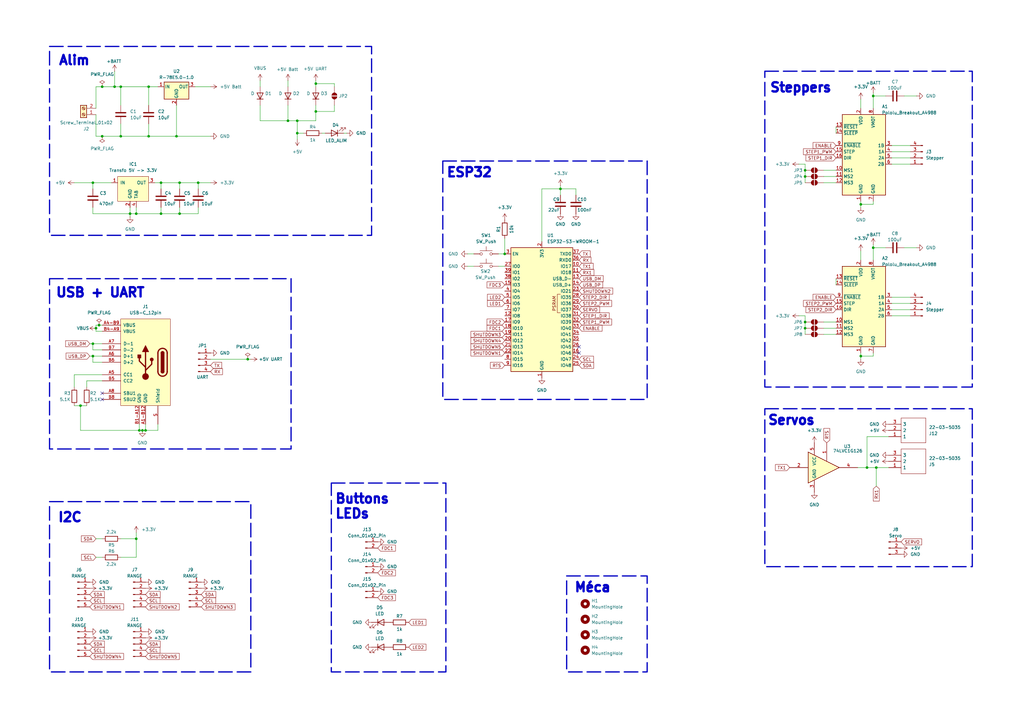
<source format=kicad_sch>
(kicad_sch (version 20250114) (generator "eeschema") (generator_version "9.0")
  (paper "A3")
  (title_block (title "PAMI 2026") (date "2025-12-12") (company "ENAC Robotique"))
  (rectangle (start 20.32 205.74) (end 102.87 275.59) (stroke (width 0.508) (type dash)))
  (rectangle (start 313.69 29.21) (end 398.78 158.75) (stroke (width 0.508) (type dash)))
  (rectangle (start 232.41 236.22) (end 265.43 275.59) (stroke (width 0.508) (type dash)))
  (rectangle (start 181.61 66.04) (end 265.43 163.83) (stroke (width 0.508) (type dash)))
  (rectangle (start 135.89 198.12) (end 182.88 275.59) (stroke (width 0.508) (type dash)))
  (rectangle (start 20.32 114.3) (end 119.38 184.15) (stroke (width 0.508) (type dash)))
  (rectangle (start 20.32 19.05) (end 152.4 96.52) (stroke (width 0.508) (type dash)))
  (rectangle (start 313.69 167.64) (end 398.78 232.41) (stroke (width 0.508) (type dash)))
  (text "USB + UART" (at 41.148 120.142 0) (effects (font (size 3.81 3.81) (thickness 1.016) (bold yes))))
  (text "I2C" (at 28.702 212.344 0) (effects (font (size 3.81 3.81) (thickness 1.016) (bold yes))))
  (text "Buttons\nLEDs" (at 137.16 207.772 0) (effects (font (size 3.81 3.81) (thickness 1.016) (bold yes)) (justify left)))
  (text "Steppers" (at 328.422 36.068 0) (effects (font (size 3.81 3.81) (thickness 1.016) (bold yes))))
  (text "ESP32" (at 192.532 70.866 0) (effects (font (size 3.81 3.81) (thickness 1.016) (bold yes))))
  (text "Méca" (at 243.078 241.046 0) (effects (font (size 3.81 3.81) (thickness 1.016) (bold yes))))
  (text "Alim" (at 30.48 24.892 0) (effects (font (size 3.81 3.81) (thickness 1.016) (bold yes))))
  (text "Servos" (at 324.612 172.466 0) (effects (font (size 3.81 3.81) (thickness 1.016) (bold yes))))
  (junction (at 129.54 45.72))
  (junction (at 39.37 134.62))
  (junction (at 60.96 55.88))
  (junction (at 59.69 176.53))
  (junction (at 358.14 39.37))
  (junction (at 358.14 101.6))
  (junction (at 41.91 55.88))
  (junction (at 330.2 134.62))
  (junction (at 101.6 147.32))
  (junction (at 53.34 87.63))
  (junction (at 55.88 87.63))
  (junction (at 38.1 146.05))
  (junction (at 66.04 74.93))
  (junction (at 40.64 133.35))
  (junction (at 118.11 49.53))
  (junction (at 73.66 87.63))
  (junction (at 359.41 191.77))
  (junction (at 58.42 176.53))
  (junction (at 73.66 74.93))
  (junction (at 355.6 191.77))
  (junction (at 57.15 176.53))
  (junction (at 121.92 49.53))
  (junction (at 330.2 72.39))
  (junction (at 81.28 74.93))
  (junction (at 121.92 54.61))
  (junction (at 330.2 132.08))
  (junction (at 41.91 35.56))
  (junction (at 49.53 55.88))
  (junction (at 207.01 104.14))
  (junction (at 60.96 35.56))
  (junction (at 229.87 77.47))
  (junction (at 38.1 140.97))
  (junction (at 33.02 166.37))
  (junction (at 72.39 55.88))
  (junction (at 55.88 220.98))
  (junction (at 38.1 74.93))
  (junction (at 129.54 34.29))
  (junction (at 66.04 87.63))
  (junction (at 353.06 83.82))
  (junction (at 330.2 69.85))
  (junction (at 353.06 146.05))
  (junction (at 46.99 35.56))
  (junction (at 49.53 35.56))
  (no_connect (at 41.91 163.83))
  (no_connect (at 237.49 144.78))
  (no_connect (at 237.49 142.24))
  (no_connect (at 41.91 161.29))
  (wire (pts (xy 41.91 35.56) (xy 46.99 35.56)))
  (wire (pts (xy 60.96 43.18) (xy 60.96 35.56)))
  (wire (pts (xy 36.83 146.05) (xy 38.1 146.05)))
  (wire (pts (xy 353.06 146.05) (xy 353.06 147.32)))
  (wire (pts (xy 55.88 220.98) (xy 49.53 220.98)))
  (wire (pts (xy 337.82 134.62) (xy 342.9 134.62)))
  (wire (pts (xy 327.66 67.31) (xy 330.2 67.31)))
  (wire (pts (xy 38.1 140.97) (xy 41.91 140.97)))
  (wire (pts (xy 39.37 133.35) (xy 39.37 134.62)))
  (wire (pts (xy 57.15 173.99) (xy 57.15 176.53)))
  (wire (pts (xy 57.15 176.53) (xy 58.42 176.53)))
  (wire (pts (xy 353.06 102.87) (xy 353.06 106.68)))
  (wire (pts (xy 41.91 148.59) (xy 38.1 148.59)))
  (wire (pts (xy 53.34 85.09) (xy 53.34 87.63)))
  (wire (pts (xy 81.28 77.47) (xy 81.28 74.93)))
  (wire (pts (xy 342.9 114.3) (xy 342.9 116.84)))
  (wire (pts (xy 118.11 35.56) (xy 118.11 33.02)))
  (wire (pts (xy 337.82 72.39) (xy 342.9 72.39)))
  (wire (pts (xy 191.77 109.22) (xy 194.31 109.22)))
  (wire (pts (xy 358.14 39.37) (xy 363.22 39.37)))
  (wire (pts (xy 41.91 153.67) (xy 30.48 153.67)))
  (wire (pts (xy 358.14 144.78) (xy 358.14 146.05)))
  (wire (pts (xy 365.76 127) (xy 373.38 127)))
  (wire (pts (xy 39.37 135.89) (xy 41.91 135.89)))
  (wire (pts (xy 60.96 50.8) (xy 60.96 55.88)))
  (wire (pts (xy 66.04 74.93) (xy 66.04 77.47)))
  (wire (pts (xy 55.88 228.6) (xy 49.53 228.6)))
  (wire (pts (xy 207.01 97.79) (xy 207.01 104.14)))
  (wire (pts (xy 55.88 220.98) (xy 55.88 228.6)))
  (wire (pts (xy 49.53 50.8) (xy 49.53 55.88)))
  (wire (pts (xy 30.48 153.67) (xy 30.48 158.75)))
  (wire (pts (xy 57.15 176.53) (xy 33.02 176.53)))
  (wire (pts (xy 370.84 39.37) (xy 375.92 39.37)))
  (wire (pts (xy 49.53 43.18) (xy 49.53 35.56)))
  (wire (pts (xy 129.54 43.18) (xy 129.54 45.72)))
  (wire (pts (xy 41.91 55.88) (xy 39.37 55.88)))
  (wire (pts (xy 191.77 104.14) (xy 194.31 104.14)))
  (wire (pts (xy 118.11 43.18) (xy 118.11 49.53)))
  (wire (pts (xy 337.82 69.85) (xy 342.9 69.85)))
  (wire (pts (xy 137.16 45.72) (xy 129.54 45.72)))
  (wire (pts (xy 39.37 228.6) (xy 41.91 228.6)))
  (wire (pts (xy 81.28 74.93) (xy 86.36 74.93)))
  (wire (pts (xy 330.2 134.62) (xy 330.2 137.16)))
  (wire (pts (xy 106.68 49.53) (xy 118.11 49.53)))
  (wire (pts (xy 58.42 176.53) (xy 59.69 176.53)))
  (wire (pts (xy 66.04 85.09) (xy 66.04 87.63)))
  (wire (pts (xy 38.1 143.51) (xy 38.1 140.97)))
  (wire (pts (xy 73.66 87.63) (xy 81.28 87.63)))
  (wire (pts (xy 358.14 83.82) (xy 353.06 83.82)))
  (wire (pts (xy 358.14 44.45) (xy 358.14 39.37)))
  (wire (pts (xy 355.6 179.07) (xy 355.6 191.77)))
  (wire (pts (xy 38.1 87.63) (xy 53.34 87.63)))
  (wire (pts (xy 204.47 109.22) (xy 207.01 109.22)))
  (wire (pts (xy 36.83 140.97) (xy 38.1 140.97)))
  (wire (pts (xy 353.06 40.64) (xy 353.06 44.45)))
  (wire (pts (xy 60.96 35.56) (xy 64.77 35.56)))
  (wire (pts (xy 39.37 220.98) (xy 41.91 220.98)))
  (wire (pts (xy 365.76 64.77) (xy 373.38 64.77)))
  (wire (pts (xy 38.1 85.09) (xy 38.1 87.63)))
  (wire (pts (xy 59.69 173.99) (xy 59.69 176.53)))
  (wire (pts (xy 41.91 133.35) (xy 40.64 133.35)))
  (wire (pts (xy 33.02 166.37) (xy 35.56 166.37)))
  (wire (pts (xy 129.54 45.72) (xy 129.54 49.53)))
  (wire (pts (xy 365.76 121.92) (xy 373.38 121.92)))
  (wire (pts (xy 72.39 55.88) (xy 86.36 55.88)))
  (wire (pts (xy 370.84 101.6) (xy 375.92 101.6)))
  (wire (pts (xy 63.5 74.93) (xy 66.04 74.93)))
  (wire (pts (xy 33.02 166.37) (xy 30.48 166.37)))
  (wire (pts (xy 33.02 176.53) (xy 33.02 166.37)))
  (wire (pts (xy 38.1 148.59) (xy 38.1 146.05)))
  (wire (pts (xy 39.37 134.62) (xy 39.37 135.89)))
  (wire (pts (xy 55.88 87.63) (xy 53.34 87.63)))
  (wire (pts (xy 129.54 34.29) (xy 129.54 33.02)))
  (wire (pts (xy 39.37 44.45) (xy 39.37 35.56)))
  (wire (pts (xy 365.76 129.54) (xy 373.38 129.54)))
  (wire (pts (xy 236.22 77.47) (xy 236.22 80.01)))
  (wire (pts (xy 55.88 218.44) (xy 55.88 220.98)))
  (wire (pts (xy 30.48 74.93) (xy 38.1 74.93)))
  (wire (pts (xy 106.68 43.18) (xy 106.68 49.53)))
  (wire (pts (xy 35.56 156.21) (xy 35.56 158.75)))
  (wire (pts (xy 358.14 38.1) (xy 358.14 39.37)))
  (wire (pts (xy 351.79 191.77) (xy 355.6 191.77)))
  (wire (pts (xy 49.53 55.88) (xy 60.96 55.88)))
  (wire (pts (xy 142.24 54.61) (xy 140.97 54.61)))
  (wire (pts (xy 121.92 54.61) (xy 124.46 54.61)))
  (wire (pts (xy 364.49 179.07) (xy 355.6 179.07)))
  (wire (pts (xy 41.91 143.51) (xy 38.1 143.51)))
  (wire (pts (xy 365.76 59.69) (xy 373.38 59.69)))
  (wire (pts (xy 39.37 55.88) (xy 39.37 46.99)))
  (wire (pts (xy 39.37 35.56) (xy 41.91 35.56)))
  (wire (pts (xy 64.77 173.99) (xy 64.77 176.53)))
  (wire (pts (xy 60.96 55.88) (xy 72.39 55.88)))
  (wire (pts (xy 358.14 101.6) (xy 363.22 101.6)))
  (wire (pts (xy 40.64 133.35) (xy 39.37 133.35)))
  (wire (pts (xy 330.2 132.08) (xy 330.2 134.62)))
  (wire (pts (xy 337.82 137.16) (xy 342.9 137.16)))
  (wire (pts (xy 353.06 83.82) (xy 353.06 85.09)))
  (wire (pts (xy 49.53 35.56) (xy 60.96 35.56)))
  (wire (pts (xy 46.99 29.21) (xy 46.99 35.56)))
  (wire (pts (xy 80.01 35.56) (xy 86.36 35.56)))
  (wire (pts (xy 55.88 85.09) (xy 55.88 87.63)))
  (wire (pts (xy 73.66 85.09) (xy 73.66 87.63)))
  (wire (pts (xy 342.9 52.07) (xy 342.9 54.61)))
  (wire (pts (xy 229.87 80.01) (xy 229.87 77.47)))
  (wire (pts (xy 330.2 69.85) (xy 330.2 72.39)))
  (wire (pts (xy 330.2 129.54) (xy 330.2 132.08)))
  (wire (pts (xy 359.41 199.39) (xy 359.41 191.77)))
  (wire (pts (xy 41.91 156.21) (xy 35.56 156.21)))
  (wire (pts (xy 365.76 124.46) (xy 373.38 124.46)))
  (wire (pts (xy 137.16 43.18) (xy 137.16 45.72)))
  (wire (pts (xy 118.11 49.53) (xy 121.92 49.53)))
  (wire (pts (xy 137.16 35.56) (xy 137.16 34.29)))
  (wire (pts (xy 86.36 147.32) (xy 101.6 147.32)))
  (wire (pts (xy 38.1 74.93) (xy 45.72 74.93)))
  (wire (pts (xy 365.76 67.31) (xy 373.38 67.31)))
  (wire (pts (xy 129.54 35.56) (xy 129.54 34.29)))
  (wire (pts (xy 59.69 176.53) (xy 64.77 176.53)))
  (wire (pts (xy 229.87 77.47) (xy 236.22 77.47)))
  (wire (pts (xy 337.82 74.93) (xy 342.9 74.93)))
  (wire (pts (xy 49.53 55.88) (xy 41.91 55.88)))
  (wire (pts (xy 72.39 43.18) (xy 72.39 55.88)))
  (wire (pts (xy 73.66 77.47) (xy 73.66 74.93)))
  (wire (pts (xy 359.41 191.77) (xy 364.49 191.77)))
  (wire (pts (xy 53.34 87.63) (xy 53.34 88.9)))
  (wire (pts (xy 229.87 77.47) (xy 222.25 77.47)))
  (wire (pts (xy 353.06 82.55) (xy 353.06 83.82)))
  (wire (pts (xy 73.66 74.93) (xy 81.28 74.93)))
  (wire (pts (xy 229.87 76.2) (xy 229.87 77.47)))
  (wire (pts (xy 38.1 146.05) (xy 41.91 146.05)))
  (wire (pts (xy 204.47 104.14) (xy 207.01 104.14)))
  (wire (pts (xy 222.25 77.47) (xy 222.25 99.06)))
  (wire (pts (xy 330.2 72.39) (xy 330.2 74.93)))
  (wire (pts (xy 330.2 67.31) (xy 330.2 69.85)))
  (wire (pts (xy 46.99 35.56) (xy 49.53 35.56)))
  (wire (pts (xy 101.6 147.32) (xy 102.87 147.32)))
  (wire (pts (xy 129.54 49.53) (xy 121.92 49.53)))
  (wire (pts (xy 121.92 57.15) (xy 121.92 54.61)))
  (wire (pts (xy 358.14 106.68) (xy 358.14 101.6)))
  (wire (pts (xy 358.14 82.55) (xy 358.14 83.82)))
  (wire (pts (xy 66.04 87.63) (xy 55.88 87.63)))
  (wire (pts (xy 121.92 54.61) (xy 121.92 49.53)))
  (wire (pts (xy 137.16 34.29) (xy 129.54 34.29)))
  (wire (pts (xy 81.28 85.09) (xy 81.28 87.63)))
  (wire (pts (xy 358.14 100.33) (xy 358.14 101.6)))
  (wire (pts (xy 327.66 129.54) (xy 330.2 129.54)))
  (wire (pts (xy 337.82 132.08) (xy 342.9 132.08)))
  (wire (pts (xy 133.35 54.61) (xy 132.08 54.61)))
  (wire (pts (xy 106.68 35.56) (xy 106.68 33.02)))
  (wire (pts (xy 353.06 144.78) (xy 353.06 146.05)))
  (wire (pts (xy 355.6 191.77) (xy 359.41 191.77)))
  (wire (pts (xy 66.04 74.93) (xy 73.66 74.93)))
  (wire (pts (xy 38.1 77.47) (xy 38.1 74.93)))
  (wire (pts (xy 66.04 87.63) (xy 73.66 87.63)))
  (wire (pts (xy 365.76 62.23) (xy 373.38 62.23)))
  (wire (pts (xy 358.14 146.05) (xy 353.06 146.05)))
  (global_label "SCL" (shape input) (at 82.55 246.38 0) (property "Intersheetrefs" "${INTERSHEET_REFS}" (effects (hide yes))))
  (global_label "SHUTDOWN1" (shape input) (at 36.83 248.92 0) (property "Intersheetrefs" "${INTERSHEET_REFS}" (effects (hide yes))))
  (global_label "LED2" (shape input) (at 167.64 265.43 0) (property "Intersheetrefs" "${INTERSHEET_REFS}" (effects (hide yes))))
  (global_label "STEP1_PWM" (shape input) (at 342.9 62.23 180) (property "Intersheetrefs" "${INTERSHEET_REFS}" (effects (hide yes))))
  (global_label "USB_DM" (shape input) (at 237.49 114.3 0) (property "Intersheetrefs" "${INTERSHEET_REFS}" (effects (hide yes))))
  (global_label "FDC3" (shape input) (at 154.94 245.11 0) (property "Intersheetrefs" "${INTERSHEET_REFS}" (effects (hide yes))))
  (global_label "SCL" (shape input) (at 36.83 266.7 0) (property "Intersheetrefs" "${INTERSHEET_REFS}" (effects (hide yes))))
  (global_label "FDC3" (shape input) (at 207.01 116.84 180) (property "Intersheetrefs" "${INTERSHEET_REFS}" (effects (hide yes))))
  (global_label "SERVO" (shape input) (at 237.49 127 0) (property "Intersheetrefs" "${INTERSHEET_REFS}" (effects (hide yes))))
  (global_label "RX1" (shape input) (at 359.41 199.39 270) (property "Intersheetrefs" "${INTERSHEET_REFS}" (effects (hide yes))))
  (global_label "SCL" (shape input) (at 237.49 147.32 0) (property "Intersheetrefs" "${INTERSHEET_REFS}" (effects (hide yes))))
  (global_label "TX1" (shape input) (at 323.85 191.77 180) (property "Intersheetrefs" "${INTERSHEET_REFS}" (effects (hide yes))))
  (global_label "RX" (shape input) (at 86.36 152.4 0) (property "Intersheetrefs" "${INTERSHEET_REFS}" (effects (hide yes))))
  (global_label "SCL" (shape input) (at 59.69 246.38 0) (property "Intersheetrefs" "${INTERSHEET_REFS}" (effects (hide yes))))
  (global_label "SDA" (shape input) (at 36.83 264.16 0) (property "Intersheetrefs" "${INTERSHEET_REFS}" (effects (hide yes))))
  (global_label "SHUTDOWN4" (shape input) (at 207.01 139.7 180) (property "Intersheetrefs" "${INTERSHEET_REFS}" (effects (hide yes))))
  (global_label "ENABLE" (shape input) (at 342.9 121.92 180) (property "Intersheetrefs" "${INTERSHEET_REFS}" (effects (hide yes))))
  (global_label "ENABLE" (shape input) (at 342.9 59.69 180) (property "Intersheetrefs" "${INTERSHEET_REFS}" (effects (hide yes))))
  (global_label "SHUTDOWN4" (shape input) (at 36.83 269.24 0) (property "Intersheetrefs" "${INTERSHEET_REFS}" (effects (hide yes))))
  (global_label "SDA" (shape input) (at 36.83 243.84 0) (property "Intersheetrefs" "${INTERSHEET_REFS}" (effects (hide yes))))
  (global_label "RTS" (shape input) (at 207.01 149.86 180) (property "Intersheetrefs" "${INTERSHEET_REFS}" (effects (hide yes))))
  (global_label "STEP2_DIR" (shape input) (at 342.9 127 180) (property "Intersheetrefs" "${INTERSHEET_REFS}" (effects (hide yes))))
  (global_label "FDC1" (shape input) (at 207.01 134.62 180) (property "Intersheetrefs" "${INTERSHEET_REFS}" (effects (hide yes))))
  (global_label "SDA" (shape input) (at 59.69 243.84 0) (property "Intersheetrefs" "${INTERSHEET_REFS}" (effects (hide yes))))
  (global_label "SHUTDOWN2" (shape input) (at 237.49 119.38 0) (property "Intersheetrefs" "${INTERSHEET_REFS}" (effects (hide yes))))
  (global_label "STEP1_PWM" (shape input) (at 237.49 132.08 0) (property "Intersheetrefs" "${INTERSHEET_REFS}" (effects (hide yes))))
  (global_label "RX" (shape input) (at 237.49 106.68 0) (property "Intersheetrefs" "${INTERSHEET_REFS}" (effects (hide yes))))
  (global_label "TX1" (shape input) (at 237.49 109.22 0) (property "Intersheetrefs" "${INTERSHEET_REFS}" (effects (hide yes))))
  (global_label "SHUTDOWN2" (shape input) (at 59.69 248.92 0) (property "Intersheetrefs" "${INTERSHEET_REFS}" (effects (hide yes))))
  (global_label "ENABLE" (shape input) (at 237.49 134.62 0) (property "Intersheetrefs" "${INTERSHEET_REFS}" (effects (hide yes))))
  (global_label "FDC2" (shape input) (at 207.01 132.08 180) (property "Intersheetrefs" "${INTERSHEET_REFS}" (effects (hide yes))))
  (global_label "SHUTDOWN3" (shape input) (at 207.01 137.16 180) (property "Intersheetrefs" "${INTERSHEET_REFS}" (effects (hide yes))))
  (global_label "LED1" (shape input) (at 207.01 124.46 180) (property "Intersheetrefs" "${INTERSHEET_REFS}" (effects (hide yes))))
  (global_label "SCL" (shape input) (at 39.37 228.6 180) (property "Intersheetrefs" "${INTERSHEET_REFS}" (effects (hide yes))))
  (global_label "STEP1_DIR" (shape input) (at 342.9 64.77 180) (property "Intersheetrefs" "${INTERSHEET_REFS}" (effects (hide yes))))
  (global_label "STEP2_PWM" (shape input) (at 342.9 124.46 180) (property "Intersheetrefs" "${INTERSHEET_REFS}" (effects (hide yes))))
  (global_label "TX" (shape input) (at 237.49 104.14 0) (property "Intersheetrefs" "${INTERSHEET_REFS}" (effects (hide yes))))
  (global_label "SCL" (shape input) (at 59.69 266.7 0) (property "Intersheetrefs" "${INTERSHEET_REFS}" (effects (hide yes))))
  (global_label "SDA" (shape input) (at 59.69 264.16 0) (property "Intersheetrefs" "${INTERSHEET_REFS}" (effects (hide yes))))
  (global_label "SERVO" (shape input) (at 369.57 222.25 0) (property "Intersheetrefs" "${INTERSHEET_REFS}" (effects (hide yes))))
  (global_label "LED1" (shape input) (at 167.64 255.27 0) (property "Intersheetrefs" "${INTERSHEET_REFS}" (effects (hide yes))))
  (global_label "STEP2_PWM" (shape input) (at 237.49 124.46 0) (property "Intersheetrefs" "${INTERSHEET_REFS}" (effects (hide yes))))
  (global_label "RX1" (shape input) (at 237.49 111.76 0) (property "Intersheetrefs" "${INTERSHEET_REFS}" (effects (hide yes))))
  (global_label "SDA" (shape input) (at 237.49 149.86 0) (property "Intersheetrefs" "${INTERSHEET_REFS}" (effects (hide yes))))
  (global_label "SHUTDOWN1" (shape input) (at 207.01 144.78 180) (property "Intersheetrefs" "${INTERSHEET_REFS}" (effects (hide yes))))
  (global_label "USB_DP" (shape input) (at 237.49 116.84 0) (property "Intersheetrefs" "${INTERSHEET_REFS}" (effects (hide yes))))
  (global_label "SDA" (shape input) (at 82.55 243.84 0) (property "Intersheetrefs" "${INTERSHEET_REFS}" (effects (hide yes))))
  (global_label "TX" (shape input) (at 86.36 149.86 0) (property "Intersheetrefs" "${INTERSHEET_REFS}" (effects (hide yes))))
  (global_label "USB_DP" (shape input) (at 36.83 146.05 180) (property "Intersheetrefs" "${INTERSHEET_REFS}" (effects (hide yes))))
  (global_label "SDA" (shape input) (at 39.37 220.98 180) (property "Intersheetrefs" "${INTERSHEET_REFS}" (effects (hide yes))))
  (global_label "STEP2_DIR" (shape input) (at 237.49 121.92 0) (property "Intersheetrefs" "${INTERSHEET_REFS}" (effects (hide yes))))
  (global_label "SHUTDOWN5" (shape input) (at 207.01 142.24 180) (property "Intersheetrefs" "${INTERSHEET_REFS}" (effects (hide yes))))
  (global_label "SHUTDOWN5" (shape input) (at 59.69 269.24 0) (property "Intersheetrefs" "${INTERSHEET_REFS}" (effects (hide yes))))
  (global_label "STEP1_DIR" (shape input) (at 237.49 129.54 0) (property "Intersheetrefs" "${INTERSHEET_REFS}" (effects (hide yes))))
  (global_label "FDC2" (shape input) (at 154.94 234.95 0) (property "Intersheetrefs" "${INTERSHEET_REFS}" (effects (hide yes))))
  (global_label "FDC1" (shape input) (at 154.94 224.79 0) (property "Intersheetrefs" "${INTERSHEET_REFS}" (effects (hide yes))))
  (global_label "LED2" (shape input) (at 207.01 121.92 180) (property "Intersheetrefs" "${INTERSHEET_REFS}" (effects (hide yes))))
  (global_label "SHUTDOWN3" (shape input) (at 82.55 248.92 0) (property "Intersheetrefs" "${INTERSHEET_REFS}" (effects (hide yes))))
  (global_label "SCL" (shape input) (at 36.83 246.38 0) (property "Intersheetrefs" "${INTERSHEET_REFS}" (effects (hide yes))))
  (global_label "RTS" (shape input) (at 339.09 181.61 90) (property "Intersheetrefs" "${INTERSHEET_REFS}" (effects (hide yes))))
  (global_label "USB_DM" (shape input) (at 36.83 140.97 180) (property "Intersheetrefs" "${INTERSHEET_REFS}" (effects (hide yes))))
  (symbol (lib_id "power:GND") (at 229.87 87.63 0) (unit 1)
    (property "Reference" "#PWR027" (effects (hide yes)))
    (property "Value" "GND" (at 229.87 91.948 0))
    (property "Description" "Power symbol creates a global label with name \"GND\" , ground" (effects (hide yes)))
  )
  (symbol (lib_id "Device:C") (at 367.03 39.37 90) (unit 1)
    (property "Reference" "C7" (at 367.03 33.528 90))
    (property "Value" "100uF" (at 367.03 36.068 90))
    (property "Footprint" "Capacitor_SMD:CP_Elec_10x12.5" (effects (hide yes)))
    (property "Description" "Unpolarized capacitor" (effects (hide yes)))
  )
  (symbol (lib_id "power:+3.3V") (at 353.06 102.87 0) (unit 1)
    (property "Reference" "#PWR022" (effects (hide yes)))
    (property "Value" "+3.3V" (at 353.06 97.79 0))
    (property "Description" "Power symbol creates a global label with name \"+3.3V\"" (effects (hide yes)))
  )
  (symbol (lib_id "Connector:Conn_01x02_Pin") (at 149.86 222.25 0) (unit 1)
    (property "Reference" "J13" (at 150.495 217.17 0))
    (property "Value" "Conn_01x02_Pin" (at 150.495 219.71 0))
    (property "Footprint" "Connector_PinHeader_2.54mm:PinHeader_1x02_P2.54mm_Vertical" (effects (hide yes)))
    (property "Description" "Generic connector, single row, 01x02, script generated" (effects (hide yes)))
  )
  (symbol (lib_id "Connector:Conn_01x05_Pin") (at 31.75 243.84 0) (unit 1)
    (property "Reference" "J6" (at 32.385 233.68 0))
    (property "Value" "RANGE" (at 32.385 236.22 0))
    (property "Footprint" "Connector_Molex:Molex_PicoBlade_53398-0571_1x05-1MP_P1.25mm_Vertical" (effects (hide yes)))
  )
  (symbol (lib_id "power:GND") (at 369.57 227.33 90) (unit 1)
    (property "Reference" "#PWR042" (effects (hide yes)))
    (property "Value" "GND" (at 373.38 227.3299 90) (effects (justify right)))
    (property "Description" "Power symbol creates a global label with name \"GND\" , ground" (effects (hide yes)))
  )
  (symbol (lib_id "Device:R") (at 35.56 162.56 0) (unit 1)
    (property "Reference" "R2" (at 36.83 161.29 0) (effects (justify left)))
    (property "Value" "5.1K" (at 36.83 163.83 0) (effects (justify left)))
    (property "Footprint" "Resistor_SMD:R_0603_1608Metric" (effects (hide yes)))
    (property "Description" "Resistor" (effects (hide yes)))
  )
  (symbol (lib_id "power:+5V") (at 364.49 189.23 90) (unit 1)
    (property "Reference" "#PWR030" (effects (hide yes)))
    (property "Value" "+5V" (at 360.68 189.2299 90) (effects (justify left)))
    (property "Description" "Power symbol creates a global label with name \"+5V\"" (effects (hide yes)))
  )
  (symbol (lib_id "Device:C") (at 236.22 83.82 0) (unit 1)
    (property "Reference" "C10" (at 236.728 81.788 0) (effects (justify left)))
    (property "Value" "100nF" (at 236.728 86.106 0) (effects (justify left)))
    (property "Footprint" "Capacitor_SMD:C_0805_2012Metric" (effects (hide yes)))
    (property "Description" "Unpolarized capacitor" (effects (hide yes)))
  )
  (symbol (lib_id "power:+BATT") (at 358.14 100.33 0) (unit 1)
    (property "Reference" "#PWR024" (effects (hide yes)))
    (property "Value" "+BATT" (at 358.14 96.266 0))
    (property "Description" "Power symbol creates a global label with name \"+BATT\"" (effects (hide yes)))
  )
  (symbol (lib_id "Jumper:SolderJumper_2_Open") (at 334.01 134.62 0) (unit 1) (in_bom no)
    (property "Reference" "JP7" (at 329.184 134.62 0) (effects (justify right)))
    (property "Value" "SolderJumper_2_Open" (effects (hide yes)))
    (property "Footprint" "Jumper:SolderJumper-2_P1.3mm_Open_TrianglePad1.0x1.5mm" (effects (hide yes)))
    (property "Description" "Solder Jumper, 2-pole, open" (effects (hide yes)))
  )
  (symbol (lib_id "power:GND") (at 375.92 39.37 90) (unit 1)
    (property "Reference" "#PWR017" (effects (hide yes)))
    (property "Value" "GND" (at 379.73 39.3699 90) (effects (justify right)))
    (property "Description" "Power symbol creates a global label with name \"GND\" , ground" (effects (hide yes)))
  )
  (symbol (lib_id "power:+3.3V") (at 82.55 241.3 270) (unit 1)
    (property "Reference" "#PWR039" (effects (hide yes)))
    (property "Value" "+3.3V" (at 88.9 241.3 90))
  )
  (symbol (lib_id "power:+5V") (at 86.36 35.56 270) (unit 1)
    (property "Reference" "#PWR03" (effects (hide yes)))
    (property "Value" "+5V Batt" (at 90.17 35.5599 90) (effects (justify left)))
    (property "Description" "Power symbol creates a global label with name \"+5V\"" (effects (hide yes)))
  )
  (symbol (lib_id "power:+3.3V") (at 327.66 67.31 90) (unit 1)
    (property "Reference" "#PWR020" (effects (hide yes)))
    (property "Value" "+3.3V" (at 323.85 67.3099 90) (effects (justify left)))
    (property "Description" "Power symbol creates a global label with name \"+3.3V\"" (effects (hide yes)))
  )
  (symbol (lib_id "power:PWR_FLAG") (at 41.91 55.88 180) (unit 1)
    (property "Reference" "#FLG01" (effects (hide yes)))
    (property "Value" "PWR_FLAG" (at 41.91 60.96 0))
    (property "Description" "Special symbol for telling ERC where power comes from" (effects (hide yes)))
  )
  (symbol (lib_id "Jumper:SolderJumper_2_Open") (at 334.01 69.85 0) (unit 1) (in_bom no)
    (property "Reference" "JP3" (at 329.184 69.85 0) (effects (justify right)))
    (property "Value" "SolderJumper_2_Open" (effects (hide yes)))
    (property "Footprint" "Jumper:SolderJumper-2_P1.3mm_Open_TrianglePad1.0x1.5mm" (effects (hide yes)))
    (property "Description" "Solder Jumper, 2-pole, open" (effects (hide yes)))
  )
  (symbol (lib_id "power:GND") (at 154.94 232.41 90) (unit 1)
    (property "Reference" "#PWR055" (effects (hide yes)))
    (property "Value" "GND" (at 158.75 232.4099 90) (effects (justify right)))
    (property "Description" "Power symbol creates a global label with name \"GND\" , ground" (effects (hide yes)))
  )
  (symbol (lib_id "Driver_Motor:Pololu_Breakout_A4988") (at 353.06 62.23 0) (unit 1)
    (property "Reference" "A1" (at 361.696 43.688 0) (effects (justify left)))
    (property "Value" "Pololu_Breakout_A4988" (at 361.696 46.228 0) (effects (justify left)))
    (property "Footprint" "Module:Pololu_Breakout-16_15.2x20.3mm" (effects (hide yes)))
    (property "Datasheet" "https://www.pololu.com/product/2980/pictures" (effects (hide yes)))
    (property "Description" "Pololu Breakout Board, Stepper Driver A4988" (effects (hide yes)))
  )
  (symbol (lib_id "power:PWR_FLAG") (at 101.6 147.32 0) (unit 1)
    (property "Reference" "#FLG03" (effects (hide yes)))
    (property "Value" "PWR_FLAG" (at 101.6 142.24 0))
    (property "Description" "Special symbol for telling ERC where power comes from" (effects (hide yes)))
  )
  (symbol (lib_id "power:GND") (at 152.4 255.27 270) (unit 1)
    (property "Reference" "#PWR043" (effects (hide yes)))
    (property "Value" "GND" (at 148.59 255.2699 90) (effects (justify right)))
    (property "Description" "Power symbol creates a global label with name \"GND\" , ground" (effects (hide yes)))
  )
  (symbol (lib_id "Device:C") (at 367.03 101.6 90) (unit 1)
    (property "Reference" "C8" (at 367.03 95.758 90))
    (property "Value" "100uF" (at 367.03 98.298 90))
    (property "Footprint" "Capacitor_SMD:CP_Elec_10x12.5" (effects (hide yes)))
    (property "Description" "Unpolarized capacitor" (effects (hide yes)))
  )
  (symbol (lib_id "power:PWR_FLAG") (at 41.91 35.56 0) (unit 1)
    (property "Reference" "#FLG02" (effects (hide yes)))
    (property "Value" "PWR_FLAG" (at 41.91 30.48 0))
    (property "Description" "Special symbol for telling ERC where power comes from" (effects (hide yes)))
  )
  (symbol (lib_id "Mechanical:MountingHole") (at 240.03 254 0) (unit 1) (in_bom no)
    (property "Reference" "H2" (at 242.57 252.7299 0) (effects (justify left)))
    (property "Value" "MountingHole" (at 242.57 255.2699 0) (effects (justify left)))
    (property "Footprint" "MountingHole:MountingHole_3.2mm_M3" (effects (hide yes)))
    (property "Description" "Mounting Hole without connection" (effects (hide yes)))
  )
  (symbol (lib_id "power:GND") (at 36.83 259.08 90) (unit 1)
    (property "Reference" "#PWR047" (effects (hide yes)))
    (property "Value" "GND" (at 40.64 259.08 90) (effects (justify right)))
  )
  (symbol (lib_id "Mechanical:MountingHole") (at 240.03 266.7 0) (unit 1) (in_bom no)
    (property "Reference" "H4" (at 242.57 265.4299 0) (effects (justify left)))
    (property "Value" "MountingHole" (at 242.57 267.9699 0) (effects (justify left)))
    (property "Footprint" "MountingHole:MountingHole_3.2mm_M3" (effects (hide yes)))
    (property "Description" "Mounting Hole without connection" (effects (hide yes)))
  )
  (symbol (lib_id "Jumper:SolderJumper_2_Open") (at 334.01 132.08 0) (unit 1) (in_bom no)
    (property "Reference" "JP6" (at 329.184 132.08 0) (effects (justify right)))
    (property "Value" "SolderJumper_2_Open" (effects (hide yes)))
    (property "Footprint" "Jumper:SolderJumper-2_P1.3mm_Open_TrianglePad1.0x1.5mm" (effects (hide yes)))
    (property "Description" "Solder Jumper, 2-pole, open" (effects (hide yes)))
  )
  (symbol (lib_id "Device:D") (at 118.11 39.37 90) (unit 1)
    (property "Reference" "D2" (at 120.142 38.354 90) (effects (justify right)))
    (property "Value" "D" (at 114.3 38.354 90) (effects (justify right)))
    (property "Footprint" "Diode_SMD:Nexperia_CFP3_SOD-123W" (effects (hide yes)))
    (property "Description" "Diode" (effects (hide yes)))
    (property "Sim.Device" "D" (effects (hide yes)))
    (property "Sim.Pins" "1=K 2=A" (effects (hide yes)))
  )
  (symbol (lib_id "power:VBUS") (at 39.37 134.62 90) (unit 1)
    (property "Reference" "#PWR02" (effects (hide yes)))
    (property "Value" "VBUS" (at 36.576 134.62 90) (effects (justify left)))
    (property "Description" "Power symbol creates a global label with name \"VBUS\"" (effects (hide yes)))
  )
  (symbol (lib_id "Connector:Conn_01x05_Pin") (at 31.75 264.16 0) (unit 1)
    (property "Reference" "J10" (at 32.385 254 0))
    (property "Value" "RANGE" (at 32.385 256.54 0))
    (property "Footprint" "Connector_Molex:Molex_PicoBlade_53398-0571_1x05-1MP_P1.25mm_Vertical" (effects (hide yes)))
  )
  (symbol (lib_id "power:+5V") (at 369.57 224.79 270) (unit 1)
    (property "Reference" "#PWR041" (effects (hide yes)))
    (property "Value" "+5V" (at 373.38 224.7899 90) (effects (justify left)))
    (property "Description" "Power symbol creates a global label with name \"+5V\"" (effects (hide yes)))
  )
  (symbol (lib_id "Jumper:SolderJumper_2_Open") (at 334.01 74.93 0) (unit 1) (in_bom no)
    (property "Reference" "JP5" (at 329.184 74.93 0) (effects (justify right)))
    (property "Value" "SolderJumper_2_Open" (effects (hide yes)))
    (property "Footprint" "Jumper:SolderJumper-2_P1.3mm_Open_TrianglePad1.0x1.5mm" (effects (hide yes)))
    (property "Description" "Solder Jumper, 2-pole, open" (effects (hide yes)))
  )
  (symbol (lib_id "power:+3.3V") (at 36.83 241.3 270) (unit 1)
    (property "Reference" "#PWR035" (effects (hide yes)))
    (property "Value" "+3.3V" (at 43.18 241.3 90))
  )
  (symbol (lib_id "power:GND") (at 36.83 238.76 90) (unit 1)
    (property "Reference" "#PWR034" (effects (hide yes)))
    (property "Value" "GND" (at 40.64 238.76 90) (effects (justify right)))
  )
  (symbol (lib_id "Device:R") (at 163.83 255.27 270) (unit 1)
    (property "Reference" "R7" (at 163.83 252.73 90))
    (property "Value" "1k" (at 163.83 258.064 90))
    (property "Footprint" "Resistor_SMD:R_0603_1608Metric" (effects (hide yes)))
    (property "Description" "Resistor" (effects (hide yes)))
  )
  (symbol (lib_id "power:+3.3V") (at 353.06 40.64 0) (unit 1)
    (property "Reference" "#PWR016" (effects (hide yes)))
    (property "Value" "+3.3V" (at 353.06 35.56 0))
    (property "Description" "Power symbol creates a global label with name \"+3.3V\"" (effects (hide yes)))
  )
  (symbol (lib_id "power:+3.3V") (at 59.69 241.3 270) (unit 1)
    (property "Reference" "#PWR037" (effects (hide yes)))
    (property "Value" "+3.3V" (at 66.04 241.3 90))
  )
  (symbol (lib_id "power:GND") (at 59.69 259.08 90) (unit 1)
    (property "Reference" "#PWR049" (effects (hide yes)))
    (property "Value" "GND" (at 63.5 259.08 90) (effects (justify right)))
  )
  (symbol (lib_id "Switch:SW_Push") (at 199.39 109.22 0) (unit 1)
    (property "Reference" "SW2" (at 199.136 111.252 0))
    (property "Value" "SW_Push" (at 199.136 113.792 0))
    (property "Footprint" "ENAC_robotique:SWITCH_DTSM31NV" (effects (hide yes)))
    (property "Description" "Push button switch, generic, two pins" (effects (hide yes)))
  )
  (symbol (lib_id "power:PWR_FLAG") (at 40.64 133.35 0) (unit 1)
    (property "Reference" "#FLG04" (effects (hide yes)))
    (property "Value" "PWR_FLAG" (at 40.64 128.27 0))
    (property "Description" "Special symbol for telling ERC where power comes from" (effects (hide yes)))
  )
  (symbol (lib_id "power:GND") (at 152.4 265.43 270) (unit 1)
    (property "Reference" "#PWR044" (effects (hide yes)))
    (property "Value" "GND" (at 148.59 265.4299 90) (effects (justify right)))
    (property "Description" "Power symbol creates a global label with name \"GND\" , ground" (effects (hide yes)))
  )
  (symbol (lib_id "Device:C") (at 66.04 81.28 0) (unit 1)
    (property "Reference" "C4" (at 67.564 79.248 0) (effects (justify left)))
    (property "Value" "10uF" (at 67.31 83.566 0) (effects (justify left)))
    (property "Footprint" "Capacitor_SMD:C_0603_1608Metric" (effects (hide yes)))
    (property "Description" "Unpolarized capacitor" (effects (hide yes)))
  )
  (symbol (lib_id "74xGxx:74LVC1G126") (at 339.09 191.77 0) (unit 1)
    (property "Reference" "U3" (at 347.472 183.0638 0))
    (property "Value" "74LVC1G126" (at 347.726 184.912 0))
    (property "Footprint" "Package_TO_SOT_SMD:SOT-23-5" (effects (hide yes)))
    (property "Datasheet" "http://www.ti.com/lit/sg/scyt129e/scyt129e.pdf" (effects (hide yes)))
    (property "Description" "Single Buffer Gate Tri-State, Low-Voltage CMOS" (effects (hide yes)))
  )
  (symbol (lib_id "Mechanical:MountingHole") (at 240.03 247.65 0) (unit 1) (in_bom no)
    (property "Reference" "H1" (at 242.57 246.3799 0) (effects (justify left)))
    (property "Value" "MountingHole" (at 242.57 248.9199 0) (effects (justify left)))
    (property "Footprint" "MountingHole:MountingHole_3.2mm_M3" (effects (hide yes)))
    (property "Description" "Mounting Hole without connection" (effects (hide yes)))
  )
  (symbol (lib_id "Device:R") (at 207.01 93.98 0) (unit 1)
    (property "Reference" "R1" (at 204.47 93.98 90))
    (property "Value" "10k" (at 209.804 93.98 90))
    (property "Footprint" "Resistor_SMD:R_0603_1608Metric" (effects (hide yes)))
    (property "Description" "Resistor" (effects (hide yes)))
  )
  (symbol (lib_id "Device:C") (at 38.1 81.28 0) (unit 1)
    (property "Reference" "C3" (at 40.894 79.248 0) (effects (justify left)))
    (property "Value" "470nF" (at 40.64 83.566 0) (effects (justify left)))
    (property "Footprint" "Capacitor_SMD:C_0603_1608Metric" (effects (hide yes)))
    (property "Description" "Unpolarized capacitor" (effects (hide yes)))
  )
  (symbol (lib_id "Device:C") (at 73.66 81.28 0) (unit 1)
    (property "Reference" "C5" (at 75.438 79.248 0) (effects (justify left)))
    (property "Value" "10uF" (at 75.184 83.566 0) (effects (justify left)))
    (property "Footprint" "Capacitor_SMD:C_0603_1608Metric" (effects (hide yes)))
    (property "Description" "Unpolarized capacitor" (effects (hide yes)))
  )
  (symbol (lib_id "Device:C") (at 60.96 46.99 0) (unit 1)
    (property "Reference" "C2" (at 64.77 45.7199 0) (effects (justify left)))
    (property "Value" "10uF" (at 64.77 48.2599 0) (effects (justify left)))
    (property "Footprint" "Capacitor_SMD:C_0805_2012Metric" (effects (hide yes)))
    (property "Description" "Unpolarized capacitor" (effects (hide yes)))
  )
  (symbol (lib_id "power:+3.3V") (at 59.69 261.62 270) (unit 1)
    (property "Reference" "#PWR050" (effects (hide yes)))
    (property "Value" "+3.3V" (at 66.04 261.62 90))
  )
  (symbol (lib_id "Connector:Conn_01x05_Pin") (at 54.61 243.84 0) (unit 1)
    (property "Reference" "J7" (at 55.245 233.68 0))
    (property "Value" "RANGE" (at 55.245 236.22 0))
    (property "Footprint" "Connector_Molex:Molex_PicoBlade_53398-0571_1x05-1MP_P1.25mm_Vertical" (effects (hide yes)))
  )
  (symbol (lib_id "Device:R") (at 45.72 228.6 90) (mirror x) (unit 1)
    (property "Reference" "R6" (at 45.72 226.06 90))
    (property "Value" "2.2k" (at 45.72 231.394 90))
    (property "Footprint" "Resistor_SMD:R_0603_1608Metric" (effects (hide yes)))
    (property "Description" "Resistor" (effects (hide yes)))
  )
  (symbol (lib_id "Connector:Conn_01x03_Pin") (at 364.49 224.79 0) (unit 1)
    (property "Reference" "J8" (at 367.284 217.17 0))
    (property "Value" "Servo" (at 367.284 219.71 0))
    (property "Footprint" "Connector_PinHeader_2.54mm:PinHeader_1x03_P2.54mm_Vertical" (effects (hide yes)))
    (property "Description" "Generic connector, single row, 01x03, script generated" (effects (hide yes)))
  )
  (symbol (lib_id "RF_Module:ESP32-S3-WROOM-1") (at 222.25 127 0) (unit 1)
    (property "Reference" "U1" (at 224.3933 96.52 0) (effects (justify left)))
    (property "Value" "ESP32-S3-WROOM-1" (at 224.3933 99.06 0) (effects (justify left)))
    (property "Footprint" "RF_Module:ESP32-S3-WROOM-1" (effects (hide yes)))
    (property "Datasheet" "https://www.espressif.com/sites/default/files/documentation/esp32-s3-wroom-1_wroom-1u_datasheet_en.pdf" (effects (hide yes)))
    (property "Description" "RF Module, ESP32-S3 SoC, Wi-Fi 802.11b/g/n, Bluetooth, BLE, 32-bit, 3.3V, onboard antenna, SMD" (effects (hide yes)))
  )
  (symbol (lib_id "power:GND") (at 236.22 87.63 0) (unit 1)
    (property "Reference" "#PWR028" (effects (hide yes)))
    (property "Value" "GND" (at 236.22 91.948 0))
    (property "Description" "Power symbol creates a global label with name \"GND\" , ground" (effects (hide yes)))
  )
  (symbol (lib_id "power:GND") (at 375.92 101.6 90) (unit 1)
    (property "Reference" "#PWR025" (effects (hide yes)))
    (property "Value" "GND" (at 379.73 101.5999 90) (effects (justify right)))
    (property "Description" "Power symbol creates a global label with name \"GND\" , ground" (effects (hide yes)))
  )
  (symbol (lib_id "Jumper:SolderJumper_2_Open") (at 334.01 72.39 0) (unit 1) (in_bom no)
    (property "Reference" "JP4" (at 329.184 72.39 0) (effects (justify right)))
    (property "Value" "SolderJumper_2_Open" (effects (hide yes)))
    (property "Footprint" "Jumper:SolderJumper-2_P1.3mm_Open_TrianglePad1.0x1.5mm" (effects (hide yes)))
    (property "Description" "Solder Jumper, 2-pole, open" (effects (hide yes)))
  )
  (symbol (lib_id "ENAC_robotique:USB-C_12pin") (at 59.69 148.59 0) (mirror y) (unit 1)
    (property "Reference" "J1" (at 59.69 125.73 0))
    (property "Value" "USB-C_12pin" (at 59.69 128.27 0))
    (property "Footprint" "ENAC_robotique:USB-C_HRO_C-31-M-12" (effects (hide yes)))
    (property "Description" "USB 2.0 only Type-C Receptacle connector" (effects (hide yes)))
  )
  (symbol (lib_id "power:GND") (at 334.01 201.93 0) (unit 1)
    (property "Reference" "#PWR033" (effects (hide yes)))
    (property "Value" "GND" (at 334.01 207.01 0))
    (property "Description" "Power symbol creates a global label with name \"GND\" , ground" (effects (hide yes)))
  )
  (symbol (lib_id "ENAC_robotique:LM3940IMP-3.3") (at 53.34 74.93 0) (unit 1)
    (property "Reference" "IC1" (at 54.61 67.31 0))
    (property "Value" "Transfo 5V -> 3.3V" (at 54.61 69.85 0))
    (property "Footprint" "ENAC_robotique:LM3940IMP" (effects (hide yes)))
    (property "Datasheet" "https://datasheet.octopart.com/LM3940IMP-3.3-Texas-Instruments-datasheet-37536452.pdf" (effects (hide yes)))
    (property "Description" "1A Low Dropout Regulator for 5V to 3.3V Conversion (GRZ 09/2018)" (effects (hide yes)))
  )
  (symbol (lib_id "Connector:Screw_Terminal_01x02") (at 34.29 46.99 180) (unit 1)
    (property "Reference" "J2" (at 36.576 52.832 0) (effects (justify left)))
    (property "Value" "Screw_Terminal_01x02" (at 46.228 50.292 0) (effects (justify left)))
    (property "Footprint" "TerminalBlock_MetzConnect:TerminalBlock_MetzConnect_Type055_RT01502HDWU_1x02_P5.00mm_Horizontal" (effects (hide yes)))
    (property "Description" "Generic screw terminal, single row, 01x02, script generated (kicad-library-utils/schlib/autogen/connector/)" (effects (hide yes)))
  )
  (symbol (lib_id "power:GND") (at 53.34 88.9 0) (unit 1)
    (property "Reference" "#PWR015" (effects (hide yes)))
    (property "Value" "GND" (at 53.34 93.98 0))
    (property "Description" "Power symbol creates a global label with name \"GND\" , ground" (effects (hide yes)))
  )
  (symbol (lib_id "Connector:Conn_01x02_Pin") (at 149.86 242.57 0) (unit 1)
    (property "Reference" "J15" (at 150.495 237.49 0))
    (property "Value" "Conn_01x02_Pin" (at 150.495 240.03 0))
    (property "Footprint" "Connector_PinHeader_2.54mm:PinHeader_1x02_P2.54mm_Vertical" (effects (hide yes)))
    (property "Description" "Generic connector, single row, 01x02, script generated" (effects (hide yes)))
  )
  (symbol (lib_id "Device:R") (at 128.27 54.61 270) (unit 1)
    (property "Reference" "R4" (at 128.27 52.07 90))
    (property "Value" "1k" (at 128.27 57.404 90))
    (property "Footprint" "Resistor_SMD:R_0603_1608Metric" (effects (hide yes)))
    (property "Description" "Resistor" (effects (hide yes)))
  )
  (symbol (lib_id "power:+3.3V") (at 129.54 33.02 0) (unit 1)
    (property "Reference" "#PWR010" (effects (hide yes)))
    (property "Value" "+5V UART" (at 129.286 28.194 0))
    (property "Description" "Power symbol creates a global label with name \"+3.3V\"" (effects (hide yes)))
  )
  (symbol (lib_id "Jumper:SolderJumper_2_Open") (at 334.01 137.16 0) (unit 1) (in_bom no)
    (property "Reference" "JP8" (at 329.184 137.16 0) (effects (justify right)))
    (property "Value" "SolderJumper_2_Open" (effects (hide yes)))
    (property "Footprint" "Jumper:SolderJumper-2_P1.3mm_Open_TrianglePad1.0x1.5mm" (effects (hide yes)))
    (property "Description" "Solder Jumper, 2-pole, open" (effects (hide yes)))
  )
  (symbol (lib_id "Driver_Motor:Pololu_Breakout_A4988") (at 353.06 124.46 0) (unit 1)
    (property "Reference" "A2" (at 361.696 105.918 0) (effects (justify left)))
    (property "Value" "Pololu_Breakout_A4988" (at 361.696 108.458 0) (effects (justify left)))
    (property "Footprint" "Module:Pololu_Breakout-16_15.2x20.3mm" (effects (hide yes)))
    (property "Datasheet" "https://www.pololu.com/product/2980/pictures" (effects (hide yes)))
    (property "Description" "Pololu Breakout Board, Stepper Driver A4988" (effects (hide yes)))
  )
  (symbol (lib_id "power:+3.3V") (at 86.36 74.93 270) (unit 1)
    (property "Reference" "#PWR013" (effects (hide yes)))
    (property "Value" "+3.3V" (at 90.17 74.9299 90) (effects (justify left)))
    (property "Description" "Power symbol creates a global label with name \"+3.3V\"" (effects (hide yes)))
  )
  (symbol (lib_id "Connector:Conn_01x04_Pin") (at 378.46 64.77 180) (unit 1)
    (property "Reference" "J3" (at 379.73 62.2299 0) (effects (justify right)))
    (property "Value" "Stepper" (at 379.73 64.7699 0) (effects (justify right)))
    (property "Footprint" "Connector_PinHeader_2.54mm:PinHeader_1x04_P2.54mm_Vertical" (effects (hide yes)))
    (property "Description" "Generic connector, single row, 01x04, script generated" (effects (hide yes)))
  )
  (symbol (lib_id "Connector:Conn_01x02_Pin") (at 149.86 232.41 0) (unit 1)
    (property "Reference" "J14" (at 150.495 227.33 0))
    (property "Value" "Conn_01x02_Pin" (at 150.495 229.87 0))
    (property "Footprint" "Connector_PinHeader_2.54mm:PinHeader_1x02_P2.54mm_Vertical" (effects (hide yes)))
    (property "Description" "Generic connector, single row, 01x02, script generated" (effects (hide yes)))
  )
  (symbol (lib_id "Mechanical:MountingHole") (at 240.03 260.35 0) (unit 1) (in_bom no)
    (property "Reference" "H3" (at 242.57 259.0799 0) (effects (justify left)))
    (property "Value" "MountingHole" (at 242.57 261.6199 0) (effects (justify left)))
    (property "Footprint" "MountingHole:MountingHole_3.2mm_M3" (effects (hide yes)))
    (property "Description" "Mounting Hole without connection" (effects (hide yes)))
  )
  (symbol (lib_id "Connector:Conn_01x04_Pin") (at 378.46 127 180) (unit 1)
    (property "Reference" "J4" (at 379.73 124.4599 0) (effects (justify right)))
    (property "Value" "Stepper" (at 379.73 126.9999 0) (effects (justify right)))
    (property "Footprint" "Connector_PinHeader_2.54mm:PinHeader_1x04_P2.54mm_Vertical" (effects (hide yes)))
    (property "Description" "Generic connector, single row, 01x04, script generated" (effects (hide yes)))
  )
  (symbol (lib_id "Enac:22-03-5035") (at 364.49 191.77 0) (mirror x) (unit 1)
    (property "Reference" "J5" (at 381 190.5001 0) (effects (justify left)))
    (property "Value" "22-03-5035" (at 381 187.9601 0) (effects (justify left)))
    (property "Footprint" "ENAC_robotique:SHDR3W70P0X250_1X3_990X490X590P" (effects (hide yes)))
    (property "Datasheet" "http://www.molex.com/pdm_docs/sd/022035035_sd.pdf" (effects (hide yes)))
    (property "Description" "Header 2.5mm SPOX,WTB,vert, shrouded, 3w Molex SPOX Series, Series Number 5267, 2.5mm Pitch 3 Way 1 Row Straight PCB Header, Solder Termination, 3A" (effects (hide yes)))
    (property "Height" "5.9" (effects (hide yes)))
    (property "Manufacturer_Name" "Molex" (effects (hide yes)))
    (property "Manufacturer_Part_Number" "22-03-5035" (effects (hide yes)))
    (property "RS Part Number" "6878048P" (effects (hide yes)))
    (property "RS Price/Stock" "http://uk.rs-online.com/web/p/products/6878048P" (effects (hide yes)))
    (property "Allied_Number" "70248167" (effects (hide yes)))
    (property "Allied Price/Stock" "https://www.alliedelec.com/molex-incorporated-22-03-5035/70248167/" (effects (hide yes)))
    (property "Mouser Part Number" "538-22-03-5035" (effects (hide yes)))
    (property "Mouser Price/Stock" "https://www.mouser.com/Search/Refine.aspx?Keyword=538-22-03-5035" (effects (hide yes)))
  )
  (symbol (lib_id "power:GND") (at 142.24 54.61 90) (unit 1)
    (property "Reference" "#PWR012" (effects (hide yes)))
    (property "Value" "GND" (at 146.05 54.6099 90) (effects (justify right)))
    (property "Description" "Power symbol creates a global label with name \"GND\" , ground" (effects (hide yes)))
  )
  (symbol (lib_id "power:+3.3V") (at 327.66 129.54 90) (unit 1)
    (property "Reference" "#PWR021" (effects (hide yes)))
    (property "Value" "+3.3V" (at 323.85 129.5399 90) (effects (justify left)))
    (property "Description" "Power symbol creates a global label with name \"+3.3V\"" (effects (hide yes)))
  )
  (symbol (lib_id "power:GND") (at 86.36 55.88 90) (unit 1)
    (property "Reference" "#PWR05" (effects (hide yes)))
    (property "Value" "GND" (at 90.17 55.8799 90) (effects (justify right)))
    (property "Description" "Power symbol creates a global label with name \"GND\" , ground" (effects (hide yes)))
  )
  (symbol (lib_id "Enac:22-03-5035") (at 364.49 179.07 0) (mirror x) (unit 1)
    (property "Reference" "J12" (at 381 177.8001 0) (effects (justify left)))
    (property "Value" "22-03-5035" (at 381 175.2601 0) (effects (justify left)))
    (property "Footprint" "ENAC_robotique:SHDR3W70P0X250_1X3_990X490X590P" (effects (hide yes)))
    (property "Datasheet" "http://www.molex.com/pdm_docs/sd/022035035_sd.pdf" (effects (hide yes)))
    (property "Description" "Header 2.5mm SPOX,WTB,vert, shrouded, 3w Molex SPOX Series, Series Number 5267, 2.5mm Pitch 3 Way 1 Row Straight PCB Header, Solder Termination, 3A" (effects (hide yes)))
    (property "Height" "5.9" (effects (hide yes)))
    (property "Manufacturer_Name" "Molex" (effects (hide yes)))
    (property "Manufacturer_Part_Number" "22-03-5035" (effects (hide yes)))
    (property "RS Part Number" "6878048P" (effects (hide yes)))
    (property "RS Price/Stock" "http://uk.rs-online.com/web/p/products/6878048P" (effects (hide yes)))
    (property "Allied_Number" "70248167" (effects (hide yes)))
    (property "Allied Price/Stock" "https://www.alliedelec.com/molex-incorporated-22-03-5035/70248167/" (effects (hide yes)))
    (property "Mouser Part Number" "538-22-03-5035" (effects (hide yes)))
    (property "Mouser Price/Stock" "https://www.mouser.com/Search/Refine.aspx?Keyword=538-22-03-5035" (effects (hide yes)))
  )
  (symbol (lib_id "power:GND") (at 364.49 173.99 270) (unit 1)
    (property "Reference" "#PWR052" (effects (hide yes)))
    (property "Value" "GND" (at 360.68 173.9899 90) (effects (justify right)))
    (property "Description" "Power symbol creates a global label with name \"GND\" , ground" (effects (hide yes)))
  )
  (symbol (lib_id "Device:LED") (at 156.21 255.27 0) (unit 1)
    (property "Reference" "D5" (at 155.702 249.174 0))
    (property "Value" "LED" (at 155.702 251.714 0))
    (property "Footprint" "LED_SMD:LED_0603_1608Metric" (effects (hide yes)))
    (property "Description" "Light emitting diode" (effects (hide yes)))
    (property "Sim.Pins" "1=K 2=A" (effects (hide yes)))
  )
  (symbol (lib_id "power:+5V") (at 118.11 33.02 0) (unit 1)
    (property "Reference" "#PWR09" (effects (hide yes)))
    (property "Value" "+5V Batt" (at 117.856 28.448 0))
    (property "Description" "Power symbol creates a global label with name \"+5V\"" (effects (hide yes)))
  )
  (symbol (lib_id "Connector:Conn_01x05_Pin") (at 77.47 243.84 0) (unit 1)
    (property "Reference" "J9" (at 78.105 233.68 0))
    (property "Value" "RANGE" (at 78.105 236.22 0))
    (property "Footprint" "Connector_Molex:Molex_PicoBlade_53398-0571_1x05-1MP_P1.25mm_Vertical" (effects (hide yes)))
  )
  (symbol (lib_id "power:GND") (at 82.55 238.76 90) (unit 1)
    (property "Reference" "#PWR038" (effects (hide yes)))
    (property "Value" "GND" (at 86.36 238.76 90) (effects (justify right)))
  )
  (symbol (lib_id "power:+3.3V") (at 229.87 76.2 0) (unit 1)
    (property "Reference" "#PWR026" (effects (hide yes)))
    (property "Value" "+3.3V" (at 229.87 71.12 0))
    (property "Description" "Power symbol creates a global label with name \"+3.3V\"" (effects (hide yes)))
  )
  (symbol (lib_id "power:VBUS") (at 106.68 33.02 0) (unit 1)
    (property "Reference" "#PWR08" (effects (hide yes)))
    (property "Value" "VBUS" (at 106.68 27.94 0))
    (property "Description" "Power symbol creates a global label with name \"VBUS\"" (effects (hide yes)))
  )
  (symbol (lib_id "power:GND") (at 154.94 222.25 90) (unit 1)
    (property "Reference" "#PWR054" (effects (hide yes)))
    (property "Value" "GND" (at 158.75 222.2499 90) (effects (justify right)))
    (property "Description" "Power symbol creates a global label with name \"GND\" , ground" (effects (hide yes)))
  )
  (symbol (lib_id "power:+3.3V") (at 207.01 90.17 0) (unit 1)
    (property "Reference" "#PWR051" (effects (hide yes)))
    (property "Value" "+3.3V" (at 207.01 85.09 0))
    (property "Description" "Power symbol creates a global label with name \"+3.3V\"" (effects (hide yes)))
  )
  (symbol (lib_id "Connector:Conn_01x05_Pin") (at 54.61 264.16 0) (unit 1)
    (property "Reference" "J11" (at 55.245 254 0))
    (property "Value" "RANGE" (at 55.245 256.54 0))
    (property "Footprint" "Connector_Molex:Molex_PicoBlade_53398-0571_1x05-1MP_P1.25mm_Vertical" (effects (hide yes)))
  )
  (symbol (lib_id "power:+3.3V") (at 36.83 261.62 270) (unit 1)
    (property "Reference" "#PWR048" (effects (hide yes)))
    (property "Value" "+3.3V" (at 43.18 261.62 90))
  )
  (symbol (lib_id "Device:C") (at 49.53 46.99 0) (unit 1)
    (property "Reference" "C1" (at 53.34 45.7199 0) (effects (justify left)))
    (property "Value" "10uF" (at 53.34 48.2599 0) (effects (justify left)))
    (property "Footprint" "Capacitor_SMD:C_0805_2012Metric" (effects (hide yes)))
    (property "Description" "Unpolarized capacitor" (effects (hide yes)))
  )
  (symbol (lib_id "power:GND") (at 353.06 85.09 0) (unit 1)
    (property "Reference" "#PWR019" (effects (hide yes)))
    (property "Value" "GND" (at 353.06 90.17 0))
    (property "Description" "Power symbol creates a global label with name \"GND\" , ground" (effects (hide yes)))
  )
  (symbol (lib_id "power:GND") (at 191.77 109.22 270) (unit 1)
    (property "Reference" "#PWR045" (effects (hide yes)))
    (property "Value" "GND" (at 187.96 109.2199 90) (effects (justify right)))
    (property "Description" "Power symbol creates a global label with name \"GND\" , ground" (effects (hide yes)))
  )
  (symbol (lib_id "Device:R") (at 30.48 162.56 0) (unit 1)
    (property "Reference" "R3" (at 28.956 161.29 0) (effects (justify right)))
    (property "Value" "5.1K" (at 28.956 163.83 0) (effects (justify right)))
    (property "Footprint" "Resistor_SMD:R_0603_1608Metric" (effects (hide yes)))
    (property "Description" "Resistor" (effects (hide yes)))
  )
  (symbol (lib_id "power:GND") (at 154.94 242.57 90) (unit 1)
    (property "Reference" "#PWR056" (effects (hide yes)))
    (property "Value" "GND" (at 158.75 242.5699 90) (effects (justify right)))
    (property "Description" "Power symbol creates a global label with name \"GND\" , ground" (effects (hide yes)))
  )
  (symbol (lib_id "Regulator_Switching:R-78E5.0-1.0") (at 72.39 35.56 0) (unit 1)
    (property "Reference" "U2" (at 72.39 29.21 0))
    (property "Value" "R-78E5.0-1.0" (at 72.39 31.75 0))
    (property "Footprint" "Converter_DCDC:Converter_DCDC_RECOM_R-78E-0.5_THT" (effects (hide yes)))
    (property "Datasheet" "https://www.recom-power.com/pdf/Innoline/R-78Exx-1.0.pdf" (effects (hide yes)))
    (property "Description" "1A Step-Down DC/DC-Regulator, 7-28V input, 5V fixed Output Voltage, LM78xx replacement, -40°C to +85°C, SIP3" (effects (hide yes)))
  )
  (symbol (lib_id "Jumper:SolderJumper_2_Open") (at 137.16 39.37 90) (unit 1) (in_bom no)
    (property "Reference" "JP2" (at 138.938 39.37 90) (effects (justify right)))
    (property "Value" "SolderJumper_2_Open" (effects (hide yes)))
    (property "Footprint" "Connector_PinHeader_2.54mm:PinHeader_1x02_P2.54mm_Vertical" (effects (hide yes)))
    (property "Description" "Solder Jumper, 2-pole, open" (effects (hide yes)))
  )
  (symbol (lib_id "power:GND") (at 222.25 154.94 0) (unit 1)
    (property "Reference" "#PWR046" (effects (hide yes)))
    (property "Value" "GND" (at 222.25 160.02 0))
    (property "Description" "Power symbol creates a global label with name \"GND\" , ground" (effects (hide yes)))
  )
  (symbol (lib_id "Device:LED") (at 137.16 54.61 180) (unit 1)
    (property "Reference" "D4" (at 137.668 51.308 0))
    (property "Value" "LED_ALIM" (at 137.922 57.658 0))
    (property "Footprint" "LED_SMD:LED_0603_1608Metric" (effects (hide yes)))
    (property "Description" "Light emitting diode" (effects (hide yes)))
    (property "Sim.Pins" "1=K 2=A" (effects (hide yes)))
  )
  (symbol (lib_id "power:GND") (at 364.49 186.69 270) (unit 1)
    (property "Reference" "#PWR031" (effects (hide yes)))
    (property "Value" "GND" (at 360.68 186.6899 90) (effects (justify right)))
    (property "Description" "Power symbol creates a global label with name \"GND\" , ground" (effects (hide yes)))
  )
  (symbol (lib_id "power:+5V") (at 364.49 176.53 90) (unit 1)
    (property "Reference" "#PWR053" (effects (hide yes)))
    (property "Value" "+5V" (at 360.68 176.5299 90) (effects (justify left)))
    (property "Description" "Power symbol creates a global label with name \"+5V\"" (effects (hide yes)))
  )
  (symbol (lib_id "Device:D") (at 129.54 39.37 90) (unit 1)
    (property "Reference" "D3" (at 131.572 38.354 90) (effects (justify right)))
    (property "Value" "D" (at 125.73 38.354 90) (effects (justify right)))
    (property "Footprint" "Diode_SMD:Nexperia_CFP3_SOD-123W" (effects (hide yes)))
    (property "Description" "Diode" (effects (hide yes)))
    (property "Sim.Device" "D" (effects (hide yes)))
    (property "Sim.Pins" "1=K 2=A" (effects (hide yes)))
  )
  (symbol (lib_id "power:GND") (at 191.77 104.14 270) (unit 1)
    (property "Reference" "#PWR029" (effects (hide yes)))
    (property "Value" "GND" (at 187.96 104.1399 90) (effects (justify right)))
    (property "Description" "Power symbol creates a global label with name \"GND\" , ground" (effects (hide yes)))
  )
  (symbol (lib_id "power:+3.3V") (at 102.87 147.32 270) (unit 1)
    (property "Reference" "#PWR07" (effects (hide yes)))
    (property "Value" "+5V UART" (at 110.998 147.32 90))
    (property "Description" "Power symbol creates a global label with name \"+3.3V\"" (effects (hide yes)))
  )
  (symbol (lib_id "power:GND") (at 58.42 176.53 0) (unit 1)
    (property "Reference" "#PWR01" (effects (hide yes)))
    (property "Value" "GND" (at 58.42 181.61 0))
    (property "Description" "Power symbol creates a global label with name \"GND\" , ground" (effects (hide yes)))
  )
  (symbol (lib_id "power:+5V") (at 121.92 57.15 180) (unit 1)
    (property "Reference" "#PWR011" (effects (hide yes)))
    (property "Value" "+5V" (at 121.92 62.23 0))
    (property "Description" "Power symbol creates a global label with name \"+5V\"" (effects (hide yes)))
  )
  (symbol (lib_id "power:+BATT") (at 46.99 29.21 0) (unit 1)
    (property "Reference" "#PWR04" (effects (hide yes)))
    (property "Value" "+BATT" (at 46.736 25.146 0))
    (property "Description" "Power symbol creates a global label with name \"+BATT\"" (effects (hide yes)))
  )
  (symbol (lib_id "Device:R") (at 163.83 265.43 270) (unit 1)
    (property "Reference" "R8" (at 163.83 262.89 90))
    (property "Value" "1k" (at 163.83 268.224 90))
    (property "Footprint" "Resistor_SMD:R_0603_1608Metric" (effects (hide yes)))
    (property "Description" "Resistor" (effects (hide yes)))
  )
  (symbol (lib_id "Device:R") (at 45.72 220.98 90) (unit 1)
    (property "Reference" "R5" (at 45.72 223.52 90))
    (property "Value" "2.2k" (at 45.72 218.186 90))
    (property "Footprint" "Resistor_SMD:R_0603_1608Metric" (effects (hide yes)))
    (property "Description" "Resistor" (effects (hide yes)))
  )
  (symbol (lib_id "power:+3.3V") (at 55.88 218.44 0) (unit 1)
    (property "Reference" "#PWR040" (effects (hide yes)))
    (property "Value" "+3.3V" (at 60.96 217.17 0))
  )
  (symbol (lib_id "Connector:Conn_01x04_Pin") (at 81.28 147.32 0) (unit 1)
    (property "Reference" "JP1" (at 83.058 141.732 0))
    (property "Value" "UART" (at 83.058 154.686 0))
    (property "Footprint" "Connector_PinHeader_2.54mm:PinHeader_1x04_P2.54mm_Vertical" (effects (hide yes)))
    (property "Description" "Generic connector, single row, 01x04, script generated" (effects (hide yes)))
  )
  (symbol (lib_id "Device:C") (at 229.87 83.82 0) (unit 1)
    (property "Reference" "C9" (at 226.822 81.788 0) (effects (justify left)))
    (property "Value" "22uF" (at 224.79 86.106 0) (effects (justify left)))
    (property "Footprint" "Capacitor_SMD:C_0805_2012Metric" (effects (hide yes)))
    (property "Description" "Unpolarized capacitor" (effects (hide yes)))
  )
  (symbol (lib_id "Switch:SW_Push") (at 199.39 104.14 0) (unit 1)
    (property "Reference" "SW1" (at 199.39 96.52 0))
    (property "Value" "SW_Push" (at 199.39 99.06 0))
    (property "Footprint" "ENAC_robotique:SWITCH_DTSM31NV" (effects (hide yes)))
    (property "Description" "Push button switch, generic, two pins" (effects (hide yes)))
  )
  (symbol (lib_id "power:GND") (at 59.69 238.76 90) (unit 1)
    (property "Reference" "#PWR036" (effects (hide yes)))
    (property "Value" "GND" (at 63.5 238.76 90) (effects (justify right)))
  )
  (symbol (lib_id "Device:LED") (at 156.21 265.43 0) (unit 1)
    (property "Reference" "D6" (at 155.702 259.334 0))
    (property "Value" "LED" (at 155.702 261.874 0))
    (property "Footprint" "LED_SMD:LED_0603_1608Metric" (effects (hide yes)))
    (property "Description" "Light emitting diode" (effects (hide yes)))
    (property "Sim.Pins" "1=K 2=A" (effects (hide yes)))
  )
  (symbol (lib_id "power:GND") (at 353.06 147.32 0) (unit 1)
    (property "Reference" "#PWR023" (effects (hide yes)))
    (property "Value" "GND" (at 353.06 152.4 0))
    (property "Description" "Power symbol creates a global label with name \"GND\" , ground" (effects (hide yes)))
  )
  (symbol (lib_id "Device:D") (at 106.68 39.37 90) (unit 1)
    (property "Reference" "D1" (at 108.712 38.354 90) (effects (justify right)))
    (property "Value" "D" (at 102.87 38.354 90) (effects (justify right)))
    (property "Footprint" "Diode_SMD:Nexperia_CFP3_SOD-123W" (effects (hide yes)))
    (property "Description" "Diode" (effects (hide yes)))
    (property "Sim.Device" "D" (effects (hide yes)))
    (property "Sim.Pins" "1=K 2=A" (effects (hide yes)))
  )
  (symbol (lib_id "power:+BATT") (at 358.14 38.1 0) (unit 1)
    (property "Reference" "#PWR018" (effects (hide yes)))
    (property "Value" "+BATT" (at 358.14 34.036 0))
    (property "Description" "Power symbol creates a global label with name \"+BATT\"" (effects (hide yes)))
  )
  (symbol (lib_id "power:+3.3V") (at 334.01 181.61 0) (unit 1)
    (property "Reference" "#PWR032" (effects (hide yes)))
    (property "Value" "+3.3V" (at 334.01 176.53 0))
    (property "Description" "Power symbol creates a global label with name \"+3.3V\"" (effects (hide yes)))
  )
  (symbol (lib_id "power:+5V") (at 30.48 74.93 90) (unit 1)
    (property "Reference" "#PWR014" (effects (hide yes)))
    (property "Value" "+5V" (at 26.67 74.9299 90) (effects (justify left)))
    (property "Description" "Power symbol creates a global label with name \"+5V\"" (effects (hide yes)))
  )
  (symbol (lib_id "power:GND") (at 86.36 144.78 90) (unit 1)
    (property "Reference" "#PWR06" (effects (hide yes)))
    (property "Value" "GND" (at 90.17 144.7799 90) (effects (justify right)))
    (property "Description" "Power symbol creates a global label with name \"GND\" , ground" (effects (hide yes)))
  )
  (symbol (lib_id "Device:C") (at 81.28 81.28 0) (unit 1)
    (property "Reference" "C6" (at 82.804 79.248 0) (effects (justify left)))
    (property "Value" "10uF" (at 82.55 83.566 0) (effects (justify left)))
    (property "Footprint" "Capacitor_SMD:C_0603_1608Metric" (effects (hide yes)))
    (property "Description" "Unpolarized capacitor" (effects (hide yes)))
  )
)
</source>
